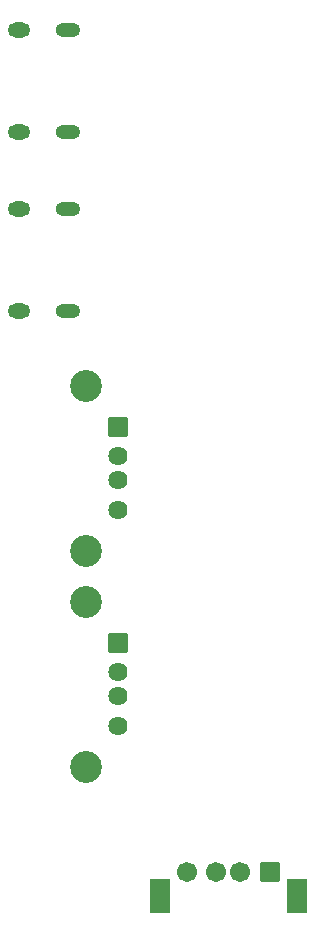
<source format=gbs>
G04 Layer: BottomSolderMaskLayer*
G04 EasyEDA Pro v2.2.44.9, 2025-12-02 00:09:12*
G04 Gerber Generator version 0.3*
G04 Scale: 100 percent, Rotated: No, Reflected: No*
G04 Dimensions in millimeters*
G04 Leading zeros omitted, absolute positions, 4 integers and 5 decimals*
G04 Generated by one-click*
%FSLAX45Y45*%
%MOMM*%
%AMRoundRect*1,1,$1,$2,$3*1,1,$1,$4,$5*1,1,$1,0-$2,0-$3*1,1,$1,0-$4,0-$5*20,1,$1,$2,$3,$4,$5,0*20,1,$1,$4,$5,0-$2,0-$3,0*20,1,$1,0-$2,0-$3,0-$4,0-$5,0*20,1,$1,0-$4,0-$5,$2,$3,0*4,1,4,$2,$3,$4,$5,0-$2,0-$3,0-$4,0-$5,$2,$3,0*%
%ADD10C,2.70159*%
%ADD11C,1.6256*%
%ADD12RoundRect,0.09562X-0.76499X-0.76499X-0.76499X0.76499*%
%ADD13O,2.10002X1.20002*%
%ADD14O,1.90002X1.30002*%
%ADD15RoundRect,0.1020X-0.80286X1.40286X0.80286X1.40286*%
%ADD16RoundRect,0.09588X-0.80286X1.40286X0.80286X1.40286*%
%ADD17RoundRect,0.09588X-0.80286X0.80286X0.80286X0.80286*%
%ADD18C,1.7016*%
G75*


G04 Pad Start*
G54D10*
G01X1693304Y5056099D03*
G01X1693304Y3656101D03*
G54D11*
G01X1964296Y4006113D03*
G01X1964296Y4256100D03*
G01X1964296Y4456100D03*
G54D12*
G01X1964296Y4706112D03*
G54D10*
G01X1693304Y3227299D03*
G01X1693304Y1827301D03*
G54D11*
G01X1964296Y2177313D03*
G01X1964296Y2427300D03*
G01X1964296Y2627300D03*
G54D12*
G01X1964296Y2877312D03*
G54D13*
G01X1541412Y6553899D03*
G01X1541412Y5688902D03*
G54D14*
G01X1121397Y6553899D03*
G01X1121397Y5688902D03*
G54D13*
G01X1541412Y8065199D03*
G01X1541412Y7200202D03*
G54D14*
G01X1121397Y8065199D03*
G01X1121397Y7200202D03*
G54D16*
G01X2315604Y738200D03*
G01X3475596Y738200D03*
G54D17*
G01X3245599Y938200D03*
G54D18*
G01X2995613Y938200D03*
G01X2795613Y938200D03*
G01X2545601Y938200D03*
G04 Pad End*

M02*


</source>
